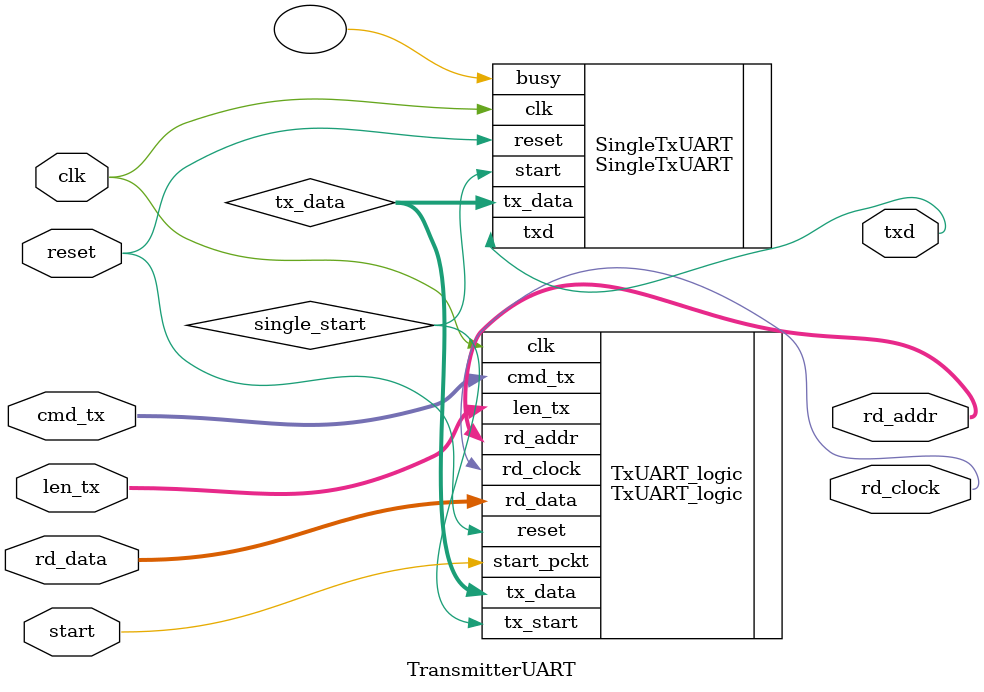
<source format=sv>
/***********************************************************/
/* Description: Transmitter protocol to UART               */
/* 		cmd, len, data0, ... datax, sum                    */
/*      {sum = ~(cmd + len + data0 + ... + datax)}         */
/* Author: Dmitriy Dayneko (Digital Rabbit)                */
/* Version: 1.1                                            */
/* Date: 20.02.2022                                        */
/***********************************************************/

function automatic int clogb2 (input int number);
    int calc;
    begin
      for (int i = 0; 2**i < number; i++)
        calc = i + 1;
        clogb2 = (number == 0) ? 0 :
                  (number == 1) ? 1 : calc;
    end
endfunction

module TransmitterUART
#(
	parameter int CLOCK = 10_000_000,
	parameter int BAUD = 1_000_000,
	parameter PARITY = "NO",
	parameter FIRST_BIT = "LSB",
	parameter NUMBER = 256,
	parameter PAUSE = 0
)
(
input clk,
input reset,
output txd,
input start,
input [7:0] cmd_tx,
input [clogb2(NUMBER)-1:0] len_tx,
input [7:0] rd_data,
output [clogb2(NUMBER)-1:0] rd_addr,
output rd_clock
);

///// SIGNALS /////

wire single_start;
wire [7:0] tx_data;

///// TRANSMIT SINGLE BYTE /////

defparam SingleTxUART.CLOCK = CLOCK;
defparam SingleTxUART.BAUD = BAUD;
defparam SingleTxUART.PARITY = PARITY;
defparam SingleTxUART.FIRST_BIT = FIRST_BIT;
SingleTxUART SingleTxUART
(
	.clk (clk), .reset (reset),
	.start (single_start), .tx_data (tx_data),
	.busy (),
	.txd (txd)
);

///// TRANSMIT PACKET /////

defparam TxUART_logic.CLOCK = CLOCK;
defparam TxUART_logic.BAUD = BAUD;
defparam TxUART_logic.PARITY = PARITY;
defparam TxUART_logic.NUMBER = NUMBER;
defparam TxUART_logic.PAUSE = PAUSE;
TxUART_logic TxUART_logic
(
	.clk (clk), .reset (reset),
	.tx_data (tx_data), .tx_start (single_start),
	.start_pckt (start),
	.cmd_tx (cmd_tx), .len_tx (len_tx),
	.rd_data (rd_data),
	.rd_addr (rd_addr),
	.rd_clock (rd_clock)
);

endmodule
</source>
